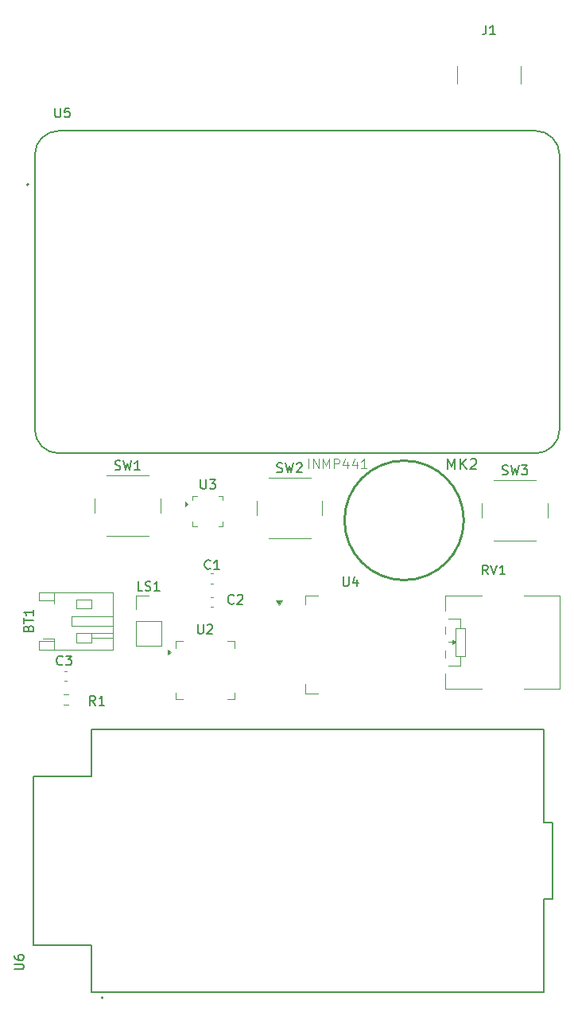
<source format=gbr>
%TF.GenerationSoftware,KiCad,Pcbnew,9.0.5*%
%TF.CreationDate,2025-11-15T09:05:35-08:00*%
%TF.ProjectId,Radio2,52616469-6f32-42e6-9b69-6361645f7063,rev?*%
%TF.SameCoordinates,Original*%
%TF.FileFunction,Legend,Top*%
%TF.FilePolarity,Positive*%
%FSLAX46Y46*%
G04 Gerber Fmt 4.6, Leading zero omitted, Abs format (unit mm)*
G04 Created by KiCad (PCBNEW 9.0.5) date 2025-11-15 09:05:35*
%MOMM*%
%LPD*%
G01*
G04 APERTURE LIST*
%ADD10C,0.150000*%
%ADD11C,0.152000*%
%ADD12C,0.102000*%
%ADD13C,0.120000*%
%ADD14C,0.127000*%
%ADD15C,0.200000*%
%ADD16C,0.254000*%
G04 APERTURE END LIST*
D10*
X129548095Y-88964819D02*
X129548095Y-89774342D01*
X129548095Y-89774342D02*
X129595714Y-89869580D01*
X129595714Y-89869580D02*
X129643333Y-89917200D01*
X129643333Y-89917200D02*
X129738571Y-89964819D01*
X129738571Y-89964819D02*
X129929047Y-89964819D01*
X129929047Y-89964819D02*
X130024285Y-89917200D01*
X130024285Y-89917200D02*
X130071904Y-89869580D01*
X130071904Y-89869580D02*
X130119523Y-89774342D01*
X130119523Y-89774342D02*
X130119523Y-88964819D01*
X130500476Y-88964819D02*
X131119523Y-88964819D01*
X131119523Y-88964819D02*
X130786190Y-89345771D01*
X130786190Y-89345771D02*
X130929047Y-89345771D01*
X130929047Y-89345771D02*
X131024285Y-89393390D01*
X131024285Y-89393390D02*
X131071904Y-89441009D01*
X131071904Y-89441009D02*
X131119523Y-89536247D01*
X131119523Y-89536247D02*
X131119523Y-89774342D01*
X131119523Y-89774342D02*
X131071904Y-89869580D01*
X131071904Y-89869580D02*
X131024285Y-89917200D01*
X131024285Y-89917200D02*
X130929047Y-89964819D01*
X130929047Y-89964819D02*
X130643333Y-89964819D01*
X130643333Y-89964819D02*
X130548095Y-89917200D01*
X130548095Y-89917200D02*
X130500476Y-89869580D01*
X114833333Y-108609580D02*
X114785714Y-108657200D01*
X114785714Y-108657200D02*
X114642857Y-108704819D01*
X114642857Y-108704819D02*
X114547619Y-108704819D01*
X114547619Y-108704819D02*
X114404762Y-108657200D01*
X114404762Y-108657200D02*
X114309524Y-108561961D01*
X114309524Y-108561961D02*
X114261905Y-108466723D01*
X114261905Y-108466723D02*
X114214286Y-108276247D01*
X114214286Y-108276247D02*
X114214286Y-108133390D01*
X114214286Y-108133390D02*
X114261905Y-107942914D01*
X114261905Y-107942914D02*
X114309524Y-107847676D01*
X114309524Y-107847676D02*
X114404762Y-107752438D01*
X114404762Y-107752438D02*
X114547619Y-107704819D01*
X114547619Y-107704819D02*
X114642857Y-107704819D01*
X114642857Y-107704819D02*
X114785714Y-107752438D01*
X114785714Y-107752438D02*
X114833333Y-107800057D01*
X115166667Y-107704819D02*
X115785714Y-107704819D01*
X115785714Y-107704819D02*
X115452381Y-108085771D01*
X115452381Y-108085771D02*
X115595238Y-108085771D01*
X115595238Y-108085771D02*
X115690476Y-108133390D01*
X115690476Y-108133390D02*
X115738095Y-108181009D01*
X115738095Y-108181009D02*
X115785714Y-108276247D01*
X115785714Y-108276247D02*
X115785714Y-108514342D01*
X115785714Y-108514342D02*
X115738095Y-108609580D01*
X115738095Y-108609580D02*
X115690476Y-108657200D01*
X115690476Y-108657200D02*
X115595238Y-108704819D01*
X115595238Y-108704819D02*
X115309524Y-108704819D01*
X115309524Y-108704819D02*
X115214286Y-108657200D01*
X115214286Y-108657200D02*
X115166667Y-108609580D01*
X109704819Y-141056904D02*
X110514342Y-141056904D01*
X110514342Y-141056904D02*
X110609580Y-141009285D01*
X110609580Y-141009285D02*
X110657200Y-140961666D01*
X110657200Y-140961666D02*
X110704819Y-140866428D01*
X110704819Y-140866428D02*
X110704819Y-140675952D01*
X110704819Y-140675952D02*
X110657200Y-140580714D01*
X110657200Y-140580714D02*
X110609580Y-140533095D01*
X110609580Y-140533095D02*
X110514342Y-140485476D01*
X110514342Y-140485476D02*
X109704819Y-140485476D01*
X109704819Y-139580714D02*
X109704819Y-139771190D01*
X109704819Y-139771190D02*
X109752438Y-139866428D01*
X109752438Y-139866428D02*
X109800057Y-139914047D01*
X109800057Y-139914047D02*
X109942914Y-140009285D01*
X109942914Y-140009285D02*
X110133390Y-140056904D01*
X110133390Y-140056904D02*
X110514342Y-140056904D01*
X110514342Y-140056904D02*
X110609580Y-140009285D01*
X110609580Y-140009285D02*
X110657200Y-139961666D01*
X110657200Y-139961666D02*
X110704819Y-139866428D01*
X110704819Y-139866428D02*
X110704819Y-139675952D01*
X110704819Y-139675952D02*
X110657200Y-139580714D01*
X110657200Y-139580714D02*
X110609580Y-139533095D01*
X110609580Y-139533095D02*
X110514342Y-139485476D01*
X110514342Y-139485476D02*
X110276247Y-139485476D01*
X110276247Y-139485476D02*
X110181009Y-139533095D01*
X110181009Y-139533095D02*
X110133390Y-139580714D01*
X110133390Y-139580714D02*
X110085771Y-139675952D01*
X110085771Y-139675952D02*
X110085771Y-139866428D01*
X110085771Y-139866428D02*
X110133390Y-139961666D01*
X110133390Y-139961666D02*
X110181009Y-140009285D01*
X110181009Y-140009285D02*
X110276247Y-140056904D01*
X114043095Y-49459819D02*
X114043095Y-50269342D01*
X114043095Y-50269342D02*
X114090714Y-50364580D01*
X114090714Y-50364580D02*
X114138333Y-50412200D01*
X114138333Y-50412200D02*
X114233571Y-50459819D01*
X114233571Y-50459819D02*
X114424047Y-50459819D01*
X114424047Y-50459819D02*
X114519285Y-50412200D01*
X114519285Y-50412200D02*
X114566904Y-50364580D01*
X114566904Y-50364580D02*
X114614523Y-50269342D01*
X114614523Y-50269342D02*
X114614523Y-49459819D01*
X115566904Y-49459819D02*
X115090714Y-49459819D01*
X115090714Y-49459819D02*
X115043095Y-49936009D01*
X115043095Y-49936009D02*
X115090714Y-49888390D01*
X115090714Y-49888390D02*
X115185952Y-49840771D01*
X115185952Y-49840771D02*
X115424047Y-49840771D01*
X115424047Y-49840771D02*
X115519285Y-49888390D01*
X115519285Y-49888390D02*
X115566904Y-49936009D01*
X115566904Y-49936009D02*
X115614523Y-50031247D01*
X115614523Y-50031247D02*
X115614523Y-50269342D01*
X115614523Y-50269342D02*
X115566904Y-50364580D01*
X115566904Y-50364580D02*
X115519285Y-50412200D01*
X115519285Y-50412200D02*
X115424047Y-50459819D01*
X115424047Y-50459819D02*
X115185952Y-50459819D01*
X115185952Y-50459819D02*
X115090714Y-50412200D01*
X115090714Y-50412200D02*
X115043095Y-50364580D01*
X111181009Y-104785714D02*
X111228628Y-104642857D01*
X111228628Y-104642857D02*
X111276247Y-104595238D01*
X111276247Y-104595238D02*
X111371485Y-104547619D01*
X111371485Y-104547619D02*
X111514342Y-104547619D01*
X111514342Y-104547619D02*
X111609580Y-104595238D01*
X111609580Y-104595238D02*
X111657200Y-104642857D01*
X111657200Y-104642857D02*
X111704819Y-104738095D01*
X111704819Y-104738095D02*
X111704819Y-105119047D01*
X111704819Y-105119047D02*
X110704819Y-105119047D01*
X110704819Y-105119047D02*
X110704819Y-104785714D01*
X110704819Y-104785714D02*
X110752438Y-104690476D01*
X110752438Y-104690476D02*
X110800057Y-104642857D01*
X110800057Y-104642857D02*
X110895295Y-104595238D01*
X110895295Y-104595238D02*
X110990533Y-104595238D01*
X110990533Y-104595238D02*
X111085771Y-104642857D01*
X111085771Y-104642857D02*
X111133390Y-104690476D01*
X111133390Y-104690476D02*
X111181009Y-104785714D01*
X111181009Y-104785714D02*
X111181009Y-105119047D01*
X110704819Y-104261904D02*
X110704819Y-103690476D01*
X111704819Y-103976190D02*
X110704819Y-103976190D01*
X111704819Y-102833333D02*
X111704819Y-103404761D01*
X111704819Y-103119047D02*
X110704819Y-103119047D01*
X110704819Y-103119047D02*
X110847676Y-103214285D01*
X110847676Y-103214285D02*
X110942914Y-103309523D01*
X110942914Y-103309523D02*
X110990533Y-103404761D01*
X161666667Y-88407200D02*
X161809524Y-88454819D01*
X161809524Y-88454819D02*
X162047619Y-88454819D01*
X162047619Y-88454819D02*
X162142857Y-88407200D01*
X162142857Y-88407200D02*
X162190476Y-88359580D01*
X162190476Y-88359580D02*
X162238095Y-88264342D01*
X162238095Y-88264342D02*
X162238095Y-88169104D01*
X162238095Y-88169104D02*
X162190476Y-88073866D01*
X162190476Y-88073866D02*
X162142857Y-88026247D01*
X162142857Y-88026247D02*
X162047619Y-87978628D01*
X162047619Y-87978628D02*
X161857143Y-87931009D01*
X161857143Y-87931009D02*
X161761905Y-87883390D01*
X161761905Y-87883390D02*
X161714286Y-87835771D01*
X161714286Y-87835771D02*
X161666667Y-87740533D01*
X161666667Y-87740533D02*
X161666667Y-87645295D01*
X161666667Y-87645295D02*
X161714286Y-87550057D01*
X161714286Y-87550057D02*
X161761905Y-87502438D01*
X161761905Y-87502438D02*
X161857143Y-87454819D01*
X161857143Y-87454819D02*
X162095238Y-87454819D01*
X162095238Y-87454819D02*
X162238095Y-87502438D01*
X162571429Y-87454819D02*
X162809524Y-88454819D01*
X162809524Y-88454819D02*
X163000000Y-87740533D01*
X163000000Y-87740533D02*
X163190476Y-88454819D01*
X163190476Y-88454819D02*
X163428572Y-87454819D01*
X163714286Y-87454819D02*
X164333333Y-87454819D01*
X164333333Y-87454819D02*
X164000000Y-87835771D01*
X164000000Y-87835771D02*
X164142857Y-87835771D01*
X164142857Y-87835771D02*
X164238095Y-87883390D01*
X164238095Y-87883390D02*
X164285714Y-87931009D01*
X164285714Y-87931009D02*
X164333333Y-88026247D01*
X164333333Y-88026247D02*
X164333333Y-88264342D01*
X164333333Y-88264342D02*
X164285714Y-88359580D01*
X164285714Y-88359580D02*
X164238095Y-88407200D01*
X164238095Y-88407200D02*
X164142857Y-88454819D01*
X164142857Y-88454819D02*
X163857143Y-88454819D01*
X163857143Y-88454819D02*
X163761905Y-88407200D01*
X163761905Y-88407200D02*
X163714286Y-88359580D01*
X129238095Y-104374819D02*
X129238095Y-105184342D01*
X129238095Y-105184342D02*
X129285714Y-105279580D01*
X129285714Y-105279580D02*
X129333333Y-105327200D01*
X129333333Y-105327200D02*
X129428571Y-105374819D01*
X129428571Y-105374819D02*
X129619047Y-105374819D01*
X129619047Y-105374819D02*
X129714285Y-105327200D01*
X129714285Y-105327200D02*
X129761904Y-105279580D01*
X129761904Y-105279580D02*
X129809523Y-105184342D01*
X129809523Y-105184342D02*
X129809523Y-104374819D01*
X130238095Y-104470057D02*
X130285714Y-104422438D01*
X130285714Y-104422438D02*
X130380952Y-104374819D01*
X130380952Y-104374819D02*
X130619047Y-104374819D01*
X130619047Y-104374819D02*
X130714285Y-104422438D01*
X130714285Y-104422438D02*
X130761904Y-104470057D01*
X130761904Y-104470057D02*
X130809523Y-104565295D01*
X130809523Y-104565295D02*
X130809523Y-104660533D01*
X130809523Y-104660533D02*
X130761904Y-104803390D01*
X130761904Y-104803390D02*
X130190476Y-105374819D01*
X130190476Y-105374819D02*
X130809523Y-105374819D01*
X160154761Y-99054819D02*
X159821428Y-98578628D01*
X159583333Y-99054819D02*
X159583333Y-98054819D01*
X159583333Y-98054819D02*
X159964285Y-98054819D01*
X159964285Y-98054819D02*
X160059523Y-98102438D01*
X160059523Y-98102438D02*
X160107142Y-98150057D01*
X160107142Y-98150057D02*
X160154761Y-98245295D01*
X160154761Y-98245295D02*
X160154761Y-98388152D01*
X160154761Y-98388152D02*
X160107142Y-98483390D01*
X160107142Y-98483390D02*
X160059523Y-98531009D01*
X160059523Y-98531009D02*
X159964285Y-98578628D01*
X159964285Y-98578628D02*
X159583333Y-98578628D01*
X160440476Y-98054819D02*
X160773809Y-99054819D01*
X160773809Y-99054819D02*
X161107142Y-98054819D01*
X161964285Y-99054819D02*
X161392857Y-99054819D01*
X161678571Y-99054819D02*
X161678571Y-98054819D01*
X161678571Y-98054819D02*
X161583333Y-98197676D01*
X161583333Y-98197676D02*
X161488095Y-98292914D01*
X161488095Y-98292914D02*
X161392857Y-98340533D01*
X130583333Y-98419580D02*
X130535714Y-98467200D01*
X130535714Y-98467200D02*
X130392857Y-98514819D01*
X130392857Y-98514819D02*
X130297619Y-98514819D01*
X130297619Y-98514819D02*
X130154762Y-98467200D01*
X130154762Y-98467200D02*
X130059524Y-98371961D01*
X130059524Y-98371961D02*
X130011905Y-98276723D01*
X130011905Y-98276723D02*
X129964286Y-98086247D01*
X129964286Y-98086247D02*
X129964286Y-97943390D01*
X129964286Y-97943390D02*
X130011905Y-97752914D01*
X130011905Y-97752914D02*
X130059524Y-97657676D01*
X130059524Y-97657676D02*
X130154762Y-97562438D01*
X130154762Y-97562438D02*
X130297619Y-97514819D01*
X130297619Y-97514819D02*
X130392857Y-97514819D01*
X130392857Y-97514819D02*
X130535714Y-97562438D01*
X130535714Y-97562438D02*
X130583333Y-97610057D01*
X131535714Y-98514819D02*
X130964286Y-98514819D01*
X131250000Y-98514819D02*
X131250000Y-97514819D01*
X131250000Y-97514819D02*
X131154762Y-97657676D01*
X131154762Y-97657676D02*
X131059524Y-97752914D01*
X131059524Y-97752914D02*
X130964286Y-97800533D01*
X133083333Y-102109580D02*
X133035714Y-102157200D01*
X133035714Y-102157200D02*
X132892857Y-102204819D01*
X132892857Y-102204819D02*
X132797619Y-102204819D01*
X132797619Y-102204819D02*
X132654762Y-102157200D01*
X132654762Y-102157200D02*
X132559524Y-102061961D01*
X132559524Y-102061961D02*
X132511905Y-101966723D01*
X132511905Y-101966723D02*
X132464286Y-101776247D01*
X132464286Y-101776247D02*
X132464286Y-101633390D01*
X132464286Y-101633390D02*
X132511905Y-101442914D01*
X132511905Y-101442914D02*
X132559524Y-101347676D01*
X132559524Y-101347676D02*
X132654762Y-101252438D01*
X132654762Y-101252438D02*
X132797619Y-101204819D01*
X132797619Y-101204819D02*
X132892857Y-101204819D01*
X132892857Y-101204819D02*
X133035714Y-101252438D01*
X133035714Y-101252438D02*
X133083333Y-101300057D01*
X133464286Y-101300057D02*
X133511905Y-101252438D01*
X133511905Y-101252438D02*
X133607143Y-101204819D01*
X133607143Y-101204819D02*
X133845238Y-101204819D01*
X133845238Y-101204819D02*
X133940476Y-101252438D01*
X133940476Y-101252438D02*
X133988095Y-101300057D01*
X133988095Y-101300057D02*
X134035714Y-101395295D01*
X134035714Y-101395295D02*
X134035714Y-101490533D01*
X134035714Y-101490533D02*
X133988095Y-101633390D01*
X133988095Y-101633390D02*
X133416667Y-102204819D01*
X133416667Y-102204819D02*
X134035714Y-102204819D01*
X118333333Y-112954819D02*
X118000000Y-112478628D01*
X117761905Y-112954819D02*
X117761905Y-111954819D01*
X117761905Y-111954819D02*
X118142857Y-111954819D01*
X118142857Y-111954819D02*
X118238095Y-112002438D01*
X118238095Y-112002438D02*
X118285714Y-112050057D01*
X118285714Y-112050057D02*
X118333333Y-112145295D01*
X118333333Y-112145295D02*
X118333333Y-112288152D01*
X118333333Y-112288152D02*
X118285714Y-112383390D01*
X118285714Y-112383390D02*
X118238095Y-112431009D01*
X118238095Y-112431009D02*
X118142857Y-112478628D01*
X118142857Y-112478628D02*
X117761905Y-112478628D01*
X119285714Y-112954819D02*
X118714286Y-112954819D01*
X119000000Y-112954819D02*
X119000000Y-111954819D01*
X119000000Y-111954819D02*
X118904762Y-112097676D01*
X118904762Y-112097676D02*
X118809524Y-112192914D01*
X118809524Y-112192914D02*
X118714286Y-112240533D01*
X159916666Y-40654819D02*
X159916666Y-41369104D01*
X159916666Y-41369104D02*
X159869047Y-41511961D01*
X159869047Y-41511961D02*
X159773809Y-41607200D01*
X159773809Y-41607200D02*
X159630952Y-41654819D01*
X159630952Y-41654819D02*
X159535714Y-41654819D01*
X160916666Y-41654819D02*
X160345238Y-41654819D01*
X160630952Y-41654819D02*
X160630952Y-40654819D01*
X160630952Y-40654819D02*
X160535714Y-40797676D01*
X160535714Y-40797676D02*
X160440476Y-40892914D01*
X160440476Y-40892914D02*
X160345238Y-40940533D01*
X123357142Y-100784819D02*
X122880952Y-100784819D01*
X122880952Y-100784819D02*
X122880952Y-99784819D01*
X123642857Y-100737200D02*
X123785714Y-100784819D01*
X123785714Y-100784819D02*
X124023809Y-100784819D01*
X124023809Y-100784819D02*
X124119047Y-100737200D01*
X124119047Y-100737200D02*
X124166666Y-100689580D01*
X124166666Y-100689580D02*
X124214285Y-100594342D01*
X124214285Y-100594342D02*
X124214285Y-100499104D01*
X124214285Y-100499104D02*
X124166666Y-100403866D01*
X124166666Y-100403866D02*
X124119047Y-100356247D01*
X124119047Y-100356247D02*
X124023809Y-100308628D01*
X124023809Y-100308628D02*
X123833333Y-100261009D01*
X123833333Y-100261009D02*
X123738095Y-100213390D01*
X123738095Y-100213390D02*
X123690476Y-100165771D01*
X123690476Y-100165771D02*
X123642857Y-100070533D01*
X123642857Y-100070533D02*
X123642857Y-99975295D01*
X123642857Y-99975295D02*
X123690476Y-99880057D01*
X123690476Y-99880057D02*
X123738095Y-99832438D01*
X123738095Y-99832438D02*
X123833333Y-99784819D01*
X123833333Y-99784819D02*
X124071428Y-99784819D01*
X124071428Y-99784819D02*
X124214285Y-99832438D01*
X125166666Y-100784819D02*
X124595238Y-100784819D01*
X124880952Y-100784819D02*
X124880952Y-99784819D01*
X124880952Y-99784819D02*
X124785714Y-99927676D01*
X124785714Y-99927676D02*
X124690476Y-100022914D01*
X124690476Y-100022914D02*
X124595238Y-100070533D01*
X144738095Y-99304819D02*
X144738095Y-100114342D01*
X144738095Y-100114342D02*
X144785714Y-100209580D01*
X144785714Y-100209580D02*
X144833333Y-100257200D01*
X144833333Y-100257200D02*
X144928571Y-100304819D01*
X144928571Y-100304819D02*
X145119047Y-100304819D01*
X145119047Y-100304819D02*
X145214285Y-100257200D01*
X145214285Y-100257200D02*
X145261904Y-100209580D01*
X145261904Y-100209580D02*
X145309523Y-100114342D01*
X145309523Y-100114342D02*
X145309523Y-99304819D01*
X146214285Y-99638152D02*
X146214285Y-100304819D01*
X145976190Y-99257200D02*
X145738095Y-99971485D01*
X145738095Y-99971485D02*
X146357142Y-99971485D01*
X120416667Y-87907200D02*
X120559524Y-87954819D01*
X120559524Y-87954819D02*
X120797619Y-87954819D01*
X120797619Y-87954819D02*
X120892857Y-87907200D01*
X120892857Y-87907200D02*
X120940476Y-87859580D01*
X120940476Y-87859580D02*
X120988095Y-87764342D01*
X120988095Y-87764342D02*
X120988095Y-87669104D01*
X120988095Y-87669104D02*
X120940476Y-87573866D01*
X120940476Y-87573866D02*
X120892857Y-87526247D01*
X120892857Y-87526247D02*
X120797619Y-87478628D01*
X120797619Y-87478628D02*
X120607143Y-87431009D01*
X120607143Y-87431009D02*
X120511905Y-87383390D01*
X120511905Y-87383390D02*
X120464286Y-87335771D01*
X120464286Y-87335771D02*
X120416667Y-87240533D01*
X120416667Y-87240533D02*
X120416667Y-87145295D01*
X120416667Y-87145295D02*
X120464286Y-87050057D01*
X120464286Y-87050057D02*
X120511905Y-87002438D01*
X120511905Y-87002438D02*
X120607143Y-86954819D01*
X120607143Y-86954819D02*
X120845238Y-86954819D01*
X120845238Y-86954819D02*
X120988095Y-87002438D01*
X121321429Y-86954819D02*
X121559524Y-87954819D01*
X121559524Y-87954819D02*
X121750000Y-87240533D01*
X121750000Y-87240533D02*
X121940476Y-87954819D01*
X121940476Y-87954819D02*
X122178572Y-86954819D01*
X123083333Y-87954819D02*
X122511905Y-87954819D01*
X122797619Y-87954819D02*
X122797619Y-86954819D01*
X122797619Y-86954819D02*
X122702381Y-87097676D01*
X122702381Y-87097676D02*
X122607143Y-87192914D01*
X122607143Y-87192914D02*
X122511905Y-87240533D01*
D11*
X155872142Y-87890869D02*
X155872142Y-86747869D01*
X155872142Y-86747869D02*
X156253142Y-87564298D01*
X156253142Y-87564298D02*
X156634142Y-86747869D01*
X156634142Y-86747869D02*
X156634142Y-87890869D01*
X157178428Y-87890869D02*
X157178428Y-86747869D01*
X157831571Y-87890869D02*
X157341714Y-87237726D01*
X157831571Y-86747869D02*
X157178428Y-87401012D01*
X158267000Y-86856726D02*
X158321428Y-86802298D01*
X158321428Y-86802298D02*
X158430286Y-86747869D01*
X158430286Y-86747869D02*
X158702428Y-86747869D01*
X158702428Y-86747869D02*
X158811286Y-86802298D01*
X158811286Y-86802298D02*
X158865714Y-86856726D01*
X158865714Y-86856726D02*
X158920143Y-86965583D01*
X158920143Y-86965583D02*
X158920143Y-87074441D01*
X158920143Y-87074441D02*
X158865714Y-87237726D01*
X158865714Y-87237726D02*
X158212571Y-87890869D01*
X158212571Y-87890869D02*
X158920143Y-87890869D01*
D12*
X141019009Y-87774716D02*
X141019009Y-86758716D01*
X141502819Y-87774716D02*
X141502819Y-86758716D01*
X141502819Y-86758716D02*
X142083391Y-87774716D01*
X142083391Y-87774716D02*
X142083391Y-86758716D01*
X142567200Y-87774716D02*
X142567200Y-86758716D01*
X142567200Y-86758716D02*
X142905867Y-87484431D01*
X142905867Y-87484431D02*
X143244534Y-86758716D01*
X143244534Y-86758716D02*
X143244534Y-87774716D01*
X143728343Y-87774716D02*
X143728343Y-86758716D01*
X143728343Y-86758716D02*
X144115391Y-86758716D01*
X144115391Y-86758716D02*
X144212153Y-86807097D01*
X144212153Y-86807097D02*
X144260534Y-86855478D01*
X144260534Y-86855478D02*
X144308915Y-86952240D01*
X144308915Y-86952240D02*
X144308915Y-87097383D01*
X144308915Y-87097383D02*
X144260534Y-87194145D01*
X144260534Y-87194145D02*
X144212153Y-87242526D01*
X144212153Y-87242526D02*
X144115391Y-87290907D01*
X144115391Y-87290907D02*
X143728343Y-87290907D01*
X145179772Y-87097383D02*
X145179772Y-87774716D01*
X144937867Y-86710336D02*
X144695962Y-87436050D01*
X144695962Y-87436050D02*
X145324915Y-87436050D01*
X146147391Y-87097383D02*
X146147391Y-87774716D01*
X145905486Y-86710336D02*
X145663581Y-87436050D01*
X145663581Y-87436050D02*
X146292534Y-87436050D01*
X147211772Y-87774716D02*
X146631200Y-87774716D01*
X146921486Y-87774716D02*
X146921486Y-86758716D01*
X146921486Y-86758716D02*
X146824724Y-86903859D01*
X146824724Y-86903859D02*
X146727962Y-87000621D01*
X146727962Y-87000621D02*
X146631200Y-87049002D01*
D10*
X137666667Y-88157200D02*
X137809524Y-88204819D01*
X137809524Y-88204819D02*
X138047619Y-88204819D01*
X138047619Y-88204819D02*
X138142857Y-88157200D01*
X138142857Y-88157200D02*
X138190476Y-88109580D01*
X138190476Y-88109580D02*
X138238095Y-88014342D01*
X138238095Y-88014342D02*
X138238095Y-87919104D01*
X138238095Y-87919104D02*
X138190476Y-87823866D01*
X138190476Y-87823866D02*
X138142857Y-87776247D01*
X138142857Y-87776247D02*
X138047619Y-87728628D01*
X138047619Y-87728628D02*
X137857143Y-87681009D01*
X137857143Y-87681009D02*
X137761905Y-87633390D01*
X137761905Y-87633390D02*
X137714286Y-87585771D01*
X137714286Y-87585771D02*
X137666667Y-87490533D01*
X137666667Y-87490533D02*
X137666667Y-87395295D01*
X137666667Y-87395295D02*
X137714286Y-87300057D01*
X137714286Y-87300057D02*
X137761905Y-87252438D01*
X137761905Y-87252438D02*
X137857143Y-87204819D01*
X137857143Y-87204819D02*
X138095238Y-87204819D01*
X138095238Y-87204819D02*
X138238095Y-87252438D01*
X138571429Y-87204819D02*
X138809524Y-88204819D01*
X138809524Y-88204819D02*
X139000000Y-87490533D01*
X139000000Y-87490533D02*
X139190476Y-88204819D01*
X139190476Y-88204819D02*
X139428572Y-87204819D01*
X139761905Y-87300057D02*
X139809524Y-87252438D01*
X139809524Y-87252438D02*
X139904762Y-87204819D01*
X139904762Y-87204819D02*
X140142857Y-87204819D01*
X140142857Y-87204819D02*
X140238095Y-87252438D01*
X140238095Y-87252438D02*
X140285714Y-87300057D01*
X140285714Y-87300057D02*
X140333333Y-87395295D01*
X140333333Y-87395295D02*
X140333333Y-87490533D01*
X140333333Y-87490533D02*
X140285714Y-87633390D01*
X140285714Y-87633390D02*
X139714286Y-88204819D01*
X139714286Y-88204819D02*
X140333333Y-88204819D01*
D13*
%TO.C,U3*%
X128700000Y-90700000D02*
X129175000Y-90700000D01*
X128700000Y-91175000D02*
X128700000Y-90700000D01*
X128700000Y-93920000D02*
X128700000Y-93445000D01*
X129175000Y-93920000D02*
X128700000Y-93920000D01*
X131445000Y-90700000D02*
X131920000Y-90700000D01*
X131920000Y-90700000D02*
X131920000Y-91175000D01*
X131920000Y-93445000D02*
X131920000Y-93920000D01*
X131920000Y-93920000D02*
X131445000Y-93920000D01*
X128190000Y-91560000D02*
X127860000Y-91800000D01*
X127860000Y-91320000D01*
X128190000Y-91560000D01*
G36*
X128190000Y-91560000D02*
G01*
X127860000Y-91800000D01*
X127860000Y-91320000D01*
X128190000Y-91560000D01*
G37*
%TO.C,C3*%
X115034420Y-109340000D02*
X115315580Y-109340000D01*
X115034420Y-110360000D02*
X115315580Y-110360000D01*
D14*
%TO.C,U6*%
X111700000Y-120500000D02*
X117900000Y-120500000D01*
X111700000Y-138500000D02*
X111700000Y-120500000D01*
X117900000Y-115550000D02*
X117900000Y-120500000D01*
X117900000Y-138500000D02*
X111700000Y-138500000D01*
X117900000Y-138500000D02*
X117900000Y-143450000D01*
X117900000Y-143450000D02*
X166100000Y-143450000D01*
X166100000Y-115550000D02*
X117900000Y-115550000D01*
X166100000Y-125440000D02*
X166100000Y-115550000D01*
X166100000Y-133570000D02*
X167000000Y-133570000D01*
X166100000Y-143450000D02*
X166100000Y-133570000D01*
X167000000Y-125440000D02*
X166100000Y-125440000D01*
X167000000Y-133570000D02*
X167000000Y-125440000D01*
D15*
X119130000Y-144070000D02*
G75*
G02*
X118930000Y-144070000I-100000J0D01*
G01*
X118930000Y-144070000D02*
G75*
G02*
X119130000Y-144070000I100000J0D01*
G01*
D14*
%TO.C,U5*%
X111880000Y-54430000D02*
X111880000Y-83640000D01*
X114420000Y-86180000D02*
X165220000Y-86180000D01*
X165220000Y-51890000D02*
X114420000Y-51890000D01*
X167760000Y-83640000D02*
X167760000Y-54430000D01*
X111880000Y-54430000D02*
G75*
G02*
X114420000Y-51890000I2540001J-1D01*
G01*
X114420000Y-86180000D02*
G75*
G02*
X111880000Y-83640000I1J2540001D01*
G01*
X165220000Y-51890000D02*
G75*
G02*
X167760000Y-54430000I0J-2540000D01*
G01*
X167760000Y-83640000D02*
G75*
G02*
X165220000Y-86180000I-2540000J0D01*
G01*
D15*
X111230000Y-57605000D02*
G75*
G02*
X111030000Y-57605000I-100000J0D01*
G01*
X111030000Y-57605000D02*
G75*
G02*
X111230000Y-57605000I100000J0D01*
G01*
D13*
%TO.C,BT1*%
X112340000Y-100940000D02*
X112340000Y-101860000D01*
X112340000Y-101860000D02*
X113940000Y-101860000D01*
X112340000Y-106140000D02*
X112340000Y-107060000D01*
X112340000Y-107060000D02*
X120160000Y-107060000D01*
X113940000Y-100940000D02*
X113940000Y-101860000D01*
X113940000Y-101860000D02*
X113940000Y-102140000D01*
X113940000Y-105860000D02*
X112725000Y-105860000D01*
X113940000Y-105860000D02*
X113940000Y-106140000D01*
X113940000Y-106140000D02*
X112340000Y-106140000D01*
X113940000Y-107060000D02*
X113940000Y-106140000D01*
X115800000Y-103500000D02*
X120160000Y-103500000D01*
X115800000Y-104500000D02*
X115800000Y-103500000D01*
X116300000Y-101700000D02*
X117900000Y-101700000D01*
X116300000Y-102700000D02*
X116300000Y-101700000D01*
X116300000Y-105300000D02*
X116300000Y-106300000D01*
X116300000Y-106300000D02*
X117900000Y-106300000D01*
X117900000Y-101700000D02*
X117900000Y-102700000D01*
X117900000Y-102700000D02*
X116300000Y-102700000D01*
X117900000Y-105300000D02*
X116300000Y-105300000D01*
X117900000Y-105300000D02*
X120160000Y-105300000D01*
X117900000Y-105800000D02*
X120160000Y-105800000D01*
X117900000Y-106300000D02*
X117900000Y-105300000D01*
X120160000Y-100940000D02*
X112340000Y-100940000D01*
X120160000Y-104500000D02*
X115800000Y-104500000D01*
X120160000Y-107060000D02*
X120160000Y-100940000D01*
%TO.C,SW3*%
X159500000Y-91500000D02*
X159500000Y-93000000D01*
X160750000Y-95500000D02*
X165250000Y-95500000D01*
X165250000Y-89000000D02*
X160750000Y-89000000D01*
X166500000Y-93000000D02*
X166500000Y-91500000D01*
%TO.C,U2*%
X126890000Y-106140000D02*
X127640000Y-106140000D01*
X126890000Y-106890000D02*
X126890000Y-106140000D01*
X126890000Y-112360000D02*
X126890000Y-111610000D01*
X127640000Y-112360000D02*
X126890000Y-112360000D01*
X132360000Y-106140000D02*
X133110000Y-106140000D01*
X133110000Y-106140000D02*
X133110000Y-106890000D01*
X133110000Y-111610000D02*
X133110000Y-112360000D01*
X133110000Y-112360000D02*
X132360000Y-112360000D01*
X126360000Y-107300000D02*
X126030000Y-107540000D01*
X126030000Y-107060000D01*
X126360000Y-107300000D01*
G36*
X126360000Y-107300000D02*
G01*
X126030000Y-107540000D01*
X126030000Y-107060000D01*
X126360000Y-107300000D01*
G37*
%TO.C,RV1*%
X155580000Y-101280000D02*
X155580000Y-102879000D01*
X155580000Y-101280000D02*
X159445000Y-101280000D01*
X155580000Y-104621000D02*
X155580000Y-105380000D01*
X155580000Y-107121000D02*
X155580000Y-107880000D01*
X155580000Y-109620000D02*
X155580000Y-111220000D01*
X155580000Y-111220000D02*
X159445000Y-111220000D01*
X156700000Y-106250000D02*
X155950000Y-106250000D01*
X157200000Y-103750000D02*
X155950000Y-103750000D01*
X157200000Y-104750000D02*
X157200000Y-103750000D01*
X157200000Y-107750000D02*
X157200000Y-108750000D01*
X157200000Y-108750000D02*
X155950000Y-108750000D01*
X163955000Y-101280000D02*
X167820000Y-101280000D01*
X163955000Y-111220000D02*
X167820000Y-111220000D01*
X167820000Y-101280000D02*
X167820000Y-111220000D01*
X156700000Y-104750000D02*
X157700000Y-104750000D01*
X157700000Y-107750000D01*
X156700000Y-107750000D01*
X156700000Y-104750000D01*
X156700000Y-106250000D02*
X156325000Y-106450000D01*
X156325000Y-106050000D01*
X156700000Y-106250000D01*
G36*
X156700000Y-106250000D02*
G01*
X156325000Y-106450000D01*
X156325000Y-106050000D01*
X156700000Y-106250000D01*
G37*
%TO.C,C1*%
X130609420Y-98980000D02*
X130890580Y-98980000D01*
X130609420Y-100000000D02*
X130890580Y-100000000D01*
%TO.C,C2*%
X130609420Y-101490000D02*
X130890580Y-101490000D01*
X130609420Y-102510000D02*
X130890580Y-102510000D01*
%TO.C,R1*%
X114937742Y-111837500D02*
X115412258Y-111837500D01*
X114937742Y-112882500D02*
X115412258Y-112882500D01*
%TO.C,J1*%
X156895000Y-45010000D02*
X156895000Y-46890000D01*
X163605000Y-45010000D02*
X163605000Y-46890000D01*
%TO.C,LS1*%
X122620000Y-101330000D02*
X124000000Y-101330000D01*
X122620000Y-102710000D02*
X122620000Y-101330000D01*
X122620000Y-103980000D02*
X122620000Y-106630000D01*
X122620000Y-103980000D02*
X125380000Y-103980000D01*
X122620000Y-106630000D02*
X125380000Y-106630000D01*
X125380000Y-103980000D02*
X125380000Y-106630000D01*
%TO.C,U4*%
X140675000Y-101300000D02*
X140675000Y-102250000D01*
X140675000Y-111700000D02*
X140675000Y-110750000D01*
X142040000Y-101300000D02*
X140675000Y-101300000D01*
X142040000Y-111700000D02*
X140675000Y-111700000D01*
X137850000Y-102290000D02*
X137510000Y-101820000D01*
X138190000Y-101820000D01*
X137850000Y-102290000D01*
G36*
X137850000Y-102290000D02*
G01*
X137510000Y-101820000D01*
X138190000Y-101820000D01*
X137850000Y-102290000D01*
G37*
%TO.C,SW1*%
X118250000Y-91000000D02*
X118250000Y-92500000D01*
X119500000Y-95000000D02*
X124000000Y-95000000D01*
X124000000Y-88500000D02*
X119500000Y-88500000D01*
X125250000Y-92500000D02*
X125250000Y-91000000D01*
D16*
%TO.C,MK2*%
X157560000Y-93310000D02*
G75*
G02*
X144860000Y-93310000I-6350000J0D01*
G01*
X144860000Y-93310000D02*
G75*
G02*
X157560000Y-93310000I6350000J0D01*
G01*
D13*
%TO.C,SW2*%
X135500000Y-91250000D02*
X135500000Y-92750000D01*
X136750000Y-95250000D02*
X141250000Y-95250000D01*
X141250000Y-88750000D02*
X136750000Y-88750000D01*
X142500000Y-92750000D02*
X142500000Y-91250000D01*
%TD*%
M02*

</source>
